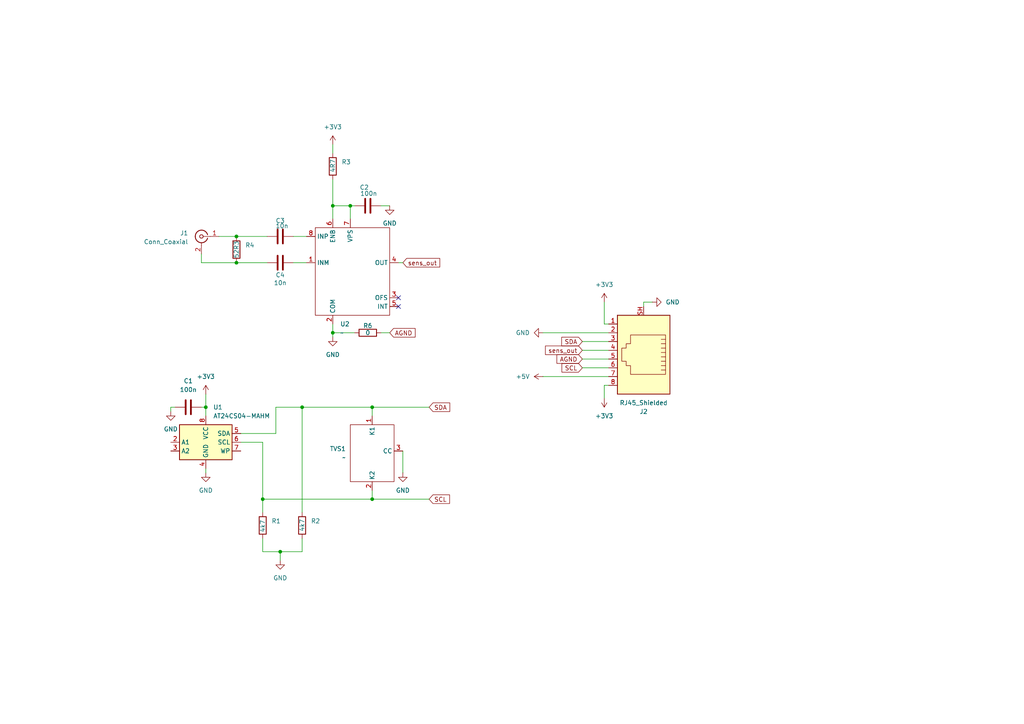
<source format=kicad_sch>
(kicad_sch (version 20250114) (generator "eeschema") (generator_version "9.0")
  (paper "A4")
  (lib_symbols
    (symbol "Connector:Conn_Coaxial" (pin_names (offset 1.016) (hide yes))
      (property "Reference" "J" (at 0.254 3.048 0))
      (property "Value" "Conn_Coaxial" (at 2.921 0 90))
      (symbol "Conn_Coaxial_0_1"
        (polyline (pts (xy -2.54 0) (xy -0.508 0)))
        (arc (start 1.778 0) (mid 0.222 -1.8079) (end -1.778 -0.508) (stroke (width 0.254)))
        (arc (start -1.778 0.508) (mid 0.2221 1.8084) (end 1.778 0) (stroke (width 0.254)))
        (circle (center 0 0) (radius 0.508) (stroke (width 0.2032)))
        (polyline (pts (xy 0 -2.54) (xy 0 -1.778)))
      )
      (symbol "Conn_Coaxial_1_1"
        (pin passive line (at -5.08 0 0) (length 2.54) (name "In") (number "1"))
        (pin passive line (at 0 -5.08 90) (length 2.54) (name "Ext") (number "2"))
      )
    )
    (symbol "Connector:RJ45_Shielded" (pin_names (offset 1.016))
      (property "Reference" "J" (at -5.08 13.97 0))
      (property "Value" "RJ45_Shielded" (at 2.54 13.97 0))
      (symbol "RJ45_Shielded_0_1"
        (polyline (pts (xy -6.35 1.905) (xy -5.08 1.905) (xy -5.08 1.905)))
        (polyline (pts (xy -6.35 0.635) (xy -5.08 0.635) (xy -5.08 0.635)))
        (polyline (pts (xy -6.35 -0.635) (xy -5.08 -0.635) (xy -5.08 -0.635)))
        (polyline (pts (xy -6.35 -1.905) (xy -5.08 -1.905) (xy -5.08 -1.905)))
        (polyline (pts (xy -6.35 -3.175) (xy -5.08 -3.175) (xy -5.08 -3.175)))
        (polyline (pts (xy -6.35 -4.445) (xy -6.35 6.985) (xy 3.81 6.985) (xy 3.81 4.445) (xy 5.08 4.445) (xy 5.08 3.175) (xy 6.35 3.175) (xy 6.35 -0.635) (xy 5.08 -0.635) (xy 5.08 -1.905) (xy 3.81 -1.905) (xy 3.81 -4.445) (xy -6.35 -4.445) (xy -6.35 -4.445)))
        (polyline (pts (xy -5.08 5.715) (xy -6.35 5.715)))
        (polyline (pts (xy -5.08 4.445) (xy -6.35 4.445)))
        (polyline (pts (xy -5.08 3.175) (xy -6.35 3.175) (xy -6.35 3.175)))
        (rectangle (start 7.62 12.7) (end -7.62 -10.16) (stroke (width 0.254)) (fill (type background)))
      )
      (symbol "RJ45_Shielded_1_1"
        (pin passive line (at 0 -12.7 90) (length 2.54) (name "~") (number "SH"))
        (pin passive line (at 10.16 10.16 180) (length 2.54) (name "~") (number "8"))
        (pin passive line (at 10.16 7.62 180) (length 2.54) (name "~") (number "7"))
        (pin passive line (at 10.16 5.08 180) (length 2.54) (name "~") (number "6"))
        (pin passive line (at 10.16 2.54 180) (length 2.54) (name "~") (number "5"))
        (pin passive line (at 10.16 0 180) (length 2.54) (name "~") (number "4"))
        (pin passive line (at 10.16 -2.54 180) (length 2.54) (name "~") (number "3"))
        (pin passive line (at 10.16 -5.08 180) (length 2.54) (name "~") (number "2"))
        (pin passive line (at 10.16 -7.62 180) (length 2.54) (name "~") (number "1"))
      )
    )
    (symbol "Device:C" (pin_numbers (hide yes)) (pin_names (offset 0.254))
      (property "Reference" "C" (at 0.635 2.54 0))
      (property "Value" "C" (at 0.635 -2.54 0))
      (symbol "C_0_1"
        (polyline (pts (xy -2.032 0.762) (xy 2.032 0.762)) (stroke (width 0.508)))
        (polyline (pts (xy -2.032 -0.762) (xy 2.032 -0.762)) (stroke (width 0.508)))
      )
      (symbol "C_1_1"
        (pin passive line (at 0 3.81 270) (length 2.794) (name "~") (number "1"))
        (pin passive line (at 0 -3.81 90) (length 2.794) (name "~") (number "2"))
      )
    )
    (symbol "Device:R" (pin_numbers (hide yes)) (pin_names (offset 0))
      (property "Reference" "R" (at 2.032 0 90))
      (property "Value" "R" (at 0 0 90))
      (symbol "R_0_1"
        (rectangle (start -1.016 -2.54) (end 1.016 2.54) (stroke (width 0.254)))
      )
      (symbol "R_1_1"
        (pin passive line (at 0 3.81 270) (length 1.27) (name "~") (number "1"))
        (pin passive line (at 0 -3.81 90) (length 1.27) (name "~") (number "2"))
      )
    )
    (symbol "Memory_EEPROM:AT24CS04-MAHM"
      (property "Reference" "U" (at -7.62 6.35 0))
      (property "Value" "AT24CS04-MAHM" (at 2.54 -6.35 0))
      (symbol "AT24CS04-MAHM_1_1"
        (rectangle (start -7.62 5.08) (end 7.62 -5.08) (stroke (width 0.254)) (fill (type background)))
        (pin input line (at -10.16 0 0) (length 2.54) (name "A1") (number "2"))
        (pin input line (at -10.16 -2.54 0) (length 2.54) (name "A2") (number "3"))
        (pin no_connect line (at -7.62 2.54 0) (length 2.54) (hide yes) (name "NC") (number "1"))
        (pin no_connect line (at -2.54 -5.08 90) (length 2.54) (hide yes) (name "NC") (number "9"))
        (pin power_in line (at 0 7.62 270) (length 2.54) (name "VCC") (number "8"))
        (pin power_in line (at 0 -7.62 90) (length 2.54) (name "GND") (number "4"))
        (pin bidirectional line (at 10.16 2.54 180) (length 2.54) (name "SDA") (number "5"))
        (pin input line (at 10.16 0 180) (length 2.54) (name "SCL") (number "6"))
        (pin input line (at 10.16 -2.54 180) (length 2.54) (name "WP") (number "7"))
      )
    )
    (symbol "lb3th:AD8307"
      (property "Reference" "U" (at 13.462 3.302 0))
      (symbol "AD8307_0_1"
        (rectangle (start 0 0) (end 21.59 -25.4))
      )
      (symbol "AD8307_1_1"
        (pin input line (at -2.54 -2.54 0) (length 2.54) (name "INP") (number "8"))
        (pin input line (at -2.54 -10.16 0) (length 2.54) (name "INM") (number "1"))
        (pin input line (at 5.08 2.54 270) (length 2.54) (name "ENB") (number "6"))
        (pin power_in line (at 5.08 -27.94 90) (length 2.54) (name "COM") (number "2"))
        (pin power_in line (at 10.16 2.54 270) (length 2.54) (name "VPS") (number "7"))
        (pin output line (at 24.13 -10.16 180) (length 2.54) (name "OUT") (number "4"))
        (pin passive line (at 24.13 -20.32 180) (length 2.54) (name "OFS") (number "3"))
        (pin passive line (at 24.13 -22.86 180) (length 2.54) (name "INT") (number "5"))
      )
    )
    (symbol "lb3th:PESD5V0L2BT-QLow_capacitance_double_bidirectional_ESD_protection_diode_in_SOT23"
      (property "Reference" "TVS" (at -5.334 -5.334 0))
      (symbol "PESD5V0L2BT-QLow_capacitance_double_bidirectional_ESD_protection_diode_in_SOT23_0_1"
        (rectangle (start 6.35 -22.86) (end -6.35 -6.35))
      )
      (symbol "PESD5V0L2BT-QLow_capacitance_double_bidirectional_ESD_protection_diode_in_SOT23_1_1"
        (pin bidirectional line (at 0 -3.81 270) (length 2.54) (name "K1") (number "1"))
        (pin bidirectional line (at 0 -25.4 90) (length 2.54) (name "K2") (number "2"))
        (pin bidirectional line (at 8.89 -13.97 180) (length 2.54) (name "CC") (number "3"))
      )
    )
    (symbol "power:+3V3" (power) (pin_numbers (hide yes)) (pin_names (offset 0) (hide yes))
      (property "Value" "+3V3" (at 0 3.556 0))
      (symbol "+3V3_0_1"
        (polyline (pts (xy -0.762 1.27) (xy 0 2.54)))
        (polyline (pts (xy 0 2.54) (xy 0.762 1.27)))
        (polyline (pts (xy 0 0) (xy 0 2.54)))
      )
      (symbol "+3V3_1_1"
        (pin power_in line (at 0 0 90) (length 0) (name "~") (number "1"))
      )
    )
    (symbol "power:+5V" (power) (pin_numbers (hide yes)) (pin_names (offset 0) (hide yes))
      (property "Value" "+5V" (at 0 3.556 0))
      (symbol "+5V_0_1"
        (polyline (pts (xy -0.762 1.27) (xy 0 2.54)))
        (polyline (pts (xy 0 2.54) (xy 0.762 1.27)))
        (polyline (pts (xy 0 0) (xy 0 2.54)))
      )
      (symbol "+5V_1_1"
        (pin power_in line (at 0 0 90) (length 0) (name "~") (number "1"))
      )
    )
    (symbol "power:GND" (power) (pin_numbers (hide yes)) (pin_names (offset 0) (hide yes))
      (property "Value" "GND" (at 0 -3.81 0))
      (symbol "GND_0_1"
        (polyline (pts (xy 0 0) (xy 0 -1.27) (xy 1.27 -1.27) (xy 0 -2.54) (xy -1.27 -1.27) (xy 0 -1.27)))
      )
      (symbol "GND_1_1"
        (pin power_in line (at 0 0 270) (length 0) (name "~") (number "1"))
      )
    )
  )
  (junction (at 87.63 118.11))
  (junction (at 107.95 144.78))
  (junction (at 76.2 144.78))
  (junction (at 96.52 59.69))
  (junction (at 68.58 76.2))
  (junction (at 107.95 118.11))
  (junction (at 68.58 68.58))
  (junction (at 96.52 96.52))
  (junction (at 101.6 59.69))
  (junction (at 59.69 118.11))
  (junction (at 81.28 160.02))
  (no_connect (at 115.57 88.9))
  (no_connect (at 115.57 86.36))
  (wire (pts (xy 69.85 128.27) (xy 76.2 128.27)))
  (wire (pts (xy 87.63 118.11) (xy 87.63 148.59)))
  (wire (pts (xy 58.42 118.11) (xy 59.69 118.11)))
  (wire (pts (xy 85.09 76.2) (xy 88.9 76.2)))
  (wire (pts (xy 69.85 125.73) (xy 80.01 125.73)))
  (wire (pts (xy 175.26 87.63) (xy 175.26 93.98)))
  (wire (pts (xy 76.2 144.78) (xy 76.2 148.59)))
  (wire (pts (xy 76.2 144.78) (xy 107.95 144.78)))
  (wire (pts (xy 186.69 87.63) (xy 189.23 87.63)))
  (wire (pts (xy 50.8 118.11) (xy 49.53 118.11)))
  (wire (pts (xy 76.2 156.21) (xy 76.2 160.02)))
  (wire (pts (xy 81.28 160.02) (xy 81.28 162.56)))
  (wire (pts (xy 76.2 160.02) (xy 81.28 160.02)))
  (wire (pts (xy 101.6 59.69) (xy 101.6 63.5)))
  (wire (pts (xy 115.57 76.2) (xy 116.84 76.2)))
  (wire (pts (xy 76.2 128.27) (xy 76.2 144.78)))
  (wire (pts (xy 168.91 99.06) (xy 176.53 99.06)))
  (wire (pts (xy 87.63 160.02) (xy 87.63 156.21)))
  (wire (pts (xy 96.52 96.52) (xy 102.87 96.52)))
  (wire (pts (xy 96.52 41.91) (xy 96.52 44.45)))
  (wire (pts (xy 59.69 118.11) (xy 59.69 120.65)))
  (wire (pts (xy 107.95 144.78) (xy 107.95 142.24)))
  (wire (pts (xy 58.42 76.2) (xy 68.58 76.2)))
  (wire (pts (xy 96.52 52.07) (xy 96.52 59.69)))
  (wire (pts (xy 110.49 59.69) (xy 113.03 59.69)))
  (wire (pts (xy 107.95 118.11) (xy 107.95 120.65)))
  (wire (pts (xy 68.58 76.2) (xy 77.47 76.2)))
  (wire (pts (xy 116.84 130.81) (xy 116.84 137.16)))
  (wire (pts (xy 96.52 59.69) (xy 101.6 59.69)))
  (wire (pts (xy 80.01 125.73) (xy 80.01 118.11)))
  (wire (pts (xy 157.48 109.22) (xy 176.53 109.22)))
  (wire (pts (xy 124.46 118.11) (xy 107.95 118.11)))
  (wire (pts (xy 96.52 93.98) (xy 96.52 96.52)))
  (wire (pts (xy 63.5 68.58) (xy 68.58 68.58)))
  (wire (pts (xy 168.91 101.6) (xy 176.53 101.6)))
  (wire (pts (xy 101.6 59.69) (xy 102.87 59.69)))
  (wire (pts (xy 58.42 73.66) (xy 58.42 76.2)))
  (wire (pts (xy 157.48 96.52) (xy 176.53 96.52)))
  (wire (pts (xy 59.69 135.89) (xy 59.69 137.16)))
  (wire (pts (xy 110.49 96.52) (xy 113.03 96.52)))
  (wire (pts (xy 87.63 118.11) (xy 107.95 118.11)))
  (wire (pts (xy 49.53 118.11) (xy 49.53 119.38)))
  (wire (pts (xy 96.52 63.5) (xy 96.52 59.69)))
  (wire (pts (xy 175.26 115.57) (xy 175.26 111.76)))
  (wire (pts (xy 96.52 96.52) (xy 96.52 97.79)))
  (wire (pts (xy 80.01 118.11) (xy 87.63 118.11)))
  (wire (pts (xy 186.69 88.9) (xy 186.69 87.63)))
  (wire (pts (xy 175.26 111.76) (xy 176.53 111.76)))
  (wire (pts (xy 168.91 104.14) (xy 176.53 104.14)))
  (wire (pts (xy 176.53 93.98) (xy 175.26 93.98)))
  (wire (pts (xy 81.28 160.02) (xy 87.63 160.02)))
  (wire (pts (xy 68.58 68.58) (xy 77.47 68.58)))
  (wire (pts (xy 168.91 106.68) (xy 176.53 106.68)))
  (wire (pts (xy 107.95 144.78) (xy 124.46 144.78)))
  (wire (pts (xy 59.69 114.3) (xy 59.69 118.11)))
  (wire (pts (xy 85.09 68.58) (xy 88.9 68.58)))
  (global_label "AGND" (shape input) (at 113.03 96.52 0) (property "Intersheetrefs" "${INTERSHEET_REFS}" (effects (hide yes))))
  (global_label "SDA" (shape input) (at 124.46 118.11 0) (property "Intersheetrefs" "${INTERSHEET_REFS}" (effects (hide yes))))
  (global_label "SCL" (shape input) (at 168.91 106.68 180) (property "Intersheetrefs" "${INTERSHEET_REFS}" (effects (hide yes))))
  (global_label "SCL" (shape input) (at 124.46 144.78 0) (property "Intersheetrefs" "${INTERSHEET_REFS}" (effects (hide yes))))
  (global_label "sens_out" (shape input) (at 116.84 76.2 0) (property "Intersheetrefs" "${INTERSHEET_REFS}" (effects (hide yes))))
  (global_label "AGND" (shape input) (at 168.91 104.14 180) (property "Intersheetrefs" "${INTERSHEET_REFS}" (effects (hide yes))))
  (global_label "SDA" (shape input) (at 168.91 99.06 180) (property "Intersheetrefs" "${INTERSHEET_REFS}" (effects (hide yes))))
  (global_label "sens_out" (shape input) (at 168.91 101.6 180) (property "Intersheetrefs" "${INTERSHEET_REFS}" (effects (hide yes))))
  (symbol (lib_id "Device:R") (at 96.52 48.26 0) (unit 1)
    (property "Reference" "R3" (at 99.06 46.9899 0) (effects (justify left)))
    (property "Value" "4R7" (at 96.52 50.038 90) (effects (justify left)))
    (property "Footprint" "Resistor_SMD:R_0805_2012Metric" (effects (hide yes)))
    (property "Description" "Resistor" (effects (hide yes)))
  )
  (symbol (lib_id "Device:R") (at 76.2 152.4 0) (unit 1)
    (property "Reference" "R1" (at 78.74 151.1299 0) (effects (justify left)))
    (property "Value" "4k7" (at 76.2 154.432 90) (effects (justify left)))
    (property "Footprint" "Resistor_SMD:R_0805_2012Metric" (effects (hide yes)))
    (property "Description" "Resistor" (effects (hide yes)))
  )
  (symbol (lib_id "power:GND") (at 81.28 162.56 0) (unit 1)
    (property "Reference" "#PWR02" (effects (hide yes)))
    (property "Value" "GND" (at 81.28 167.64 0))
    (property "Description" "Power symbol creates a global label with name \"GND\" , ground" (effects (hide yes)))
  )
  (symbol (lib_id "Device:C") (at 81.28 76.2 90) (unit 1)
    (property "Reference" "C4" (at 81.28 79.756 90))
    (property "Value" "10n" (at 81.28 82.042 90))
    (property "Description" "Unpolarized capacitor" (effects (hide yes)))
  )
  (symbol (lib_id "power:GND") (at 157.48 96.52 270) (unit 1)
    (property "Reference" "#PWR03" (effects (hide yes)))
    (property "Value" "GND" (at 153.67 96.5199 90) (effects (justify right)))
    (property "Description" "Power symbol creates a global label with name \"GND\" , ground" (effects (hide yes)))
  )
  (symbol (lib_id "Connector:Conn_Coaxial") (at 58.42 68.58 0) (mirror y) (unit 1)
    (property "Reference" "J1" (at 54.61 67.6031 0) (effects (justify left)))
    (property "Value" "Conn_Coaxial" (at 54.61 70.1431 0) (effects (justify left)))
    (property "Description" "coaxial connector (BNC, SMA, SMB, SMC, Cinch/RCA, LEMO, ...)" (effects (hide yes)))
  )
  (symbol (lib_id "power:GND") (at 189.23 87.63 90) (unit 1)
    (property "Reference" "#PWR011" (effects (hide yes)))
    (property "Value" "GND" (at 193.04 87.6299 90) (effects (justify right)))
    (property "Description" "Power symbol creates a global label with name \"GND\" , ground" (effects (hide yes)))
  )
  (symbol (lib_id "Device:R") (at 87.63 152.4 0) (unit 1)
    (property "Reference" "R2" (at 90.17 151.1299 0) (effects (justify left)))
    (property "Value" "4k7" (at 87.63 154.178 90) (effects (justify left)))
    (property "Footprint" "Resistor_SMD:R_0805_2012Metric" (effects (hide yes)))
    (property "Description" "Resistor" (effects (hide yes)))
  )
  (symbol (lib_id "power:GND") (at 96.52 97.79 0) (unit 1)
    (property "Reference" "#PWR014" (effects (hide yes)))
    (property "Value" "GND" (at 96.52 102.87 0))
    (property "Description" "Power symbol creates a global label with name \"GND\" , ground" (effects (hide yes)))
  )
  (symbol (lib_id "Memory_EEPROM:AT24CS04-MAHM") (at 59.69 128.27 0) (unit 1)
    (property "Reference" "U1" (at 61.8333 118.11 0) (effects (justify left)))
    (property "Value" "AT24CS04-MAHM" (at 61.8333 120.65 0) (effects (justify left)))
    (property "Footprint" "Package_DFN_QFN:DFN-8-1EP_3x2mm_P0.5mm_EP1.3x1.5mm" (effects (hide yes)))
    (property "Datasheet" "http://ww1.microchip.com/downloads/en/DeviceDoc/Atmel-8766-SEEPROM-AT24CS04-08-Datasheet.pdf" (effects (hide yes)))
    (property "Description" "I2C Serial EEPROM, 4Kb (512x8) with Unique Serial Number, UDFN8" (effects (hide yes)))
  )
  (symbol (lib_id "power:GND") (at 113.03 59.69 0) (unit 1)
    (property "Reference" "#PWR06" (effects (hide yes)))
    (property "Value" "GND" (at 113.03 64.77 0))
    (property "Description" "Power symbol creates a global label with name \"GND\" , ground" (effects (hide yes)))
  )
  (symbol (lib_id "Device:R") (at 106.68 96.52 90) (unit 1)
    (property "Reference" "R6" (at 106.68 94.488 90))
    (property "Value" "0" (at 106.68 96.52 90))
    (property "Footprint" "Resistor_SMD:R_0805_2012Metric" (effects (hide yes)))
    (property "Description" "Resistor" (effects (hide yes)))
  )
  (symbol (lib_id "Connector:RJ45_Shielded") (at 186.69 101.6 180) (unit 1)
    (property "Reference" "J2" (at 186.69 119.38 0))
    (property "Value" "RJ45_Shielded" (at 186.69 116.84 0))
    (property "Description" "RJ connector, 8P8C (8 positions 8 connected), Shielded" (effects (hide yes)))
  )
  (symbol (lib_id "power:+3V3") (at 59.69 114.3 0) (unit 1)
    (property "Reference" "#PWR07" (effects (hide yes)))
    (property "Value" "+3V3" (at 59.69 109.22 0))
    (property "Description" "Power symbol creates a global label with name \"+3V3\"" (effects (hide yes)))
  )
  (symbol (lib_id "lb3th:AD8307") (at 91.44 66.04 0) (unit 1)
    (property "Reference" "U2" (at 98.6633 93.98 0) (effects (justify left)))
    (property "Value" "~" (at 98.6633 96.52 0) (effects (justify left)))
    (property "Footprint" "Package_SO:SOIC-8_5.3x6.2mm_P1.27mm" (effects (hide yes)))
  )
  (symbol (lib_id "power:+3V3") (at 175.26 87.63 0) (unit 1)
    (property "Reference" "#PWR05" (effects (hide yes)))
    (property "Value" "+3V3" (at 175.26 82.55 0))
    (property "Description" "Power symbol creates a global label with name \"+3V3\"" (effects (hide yes)))
  )
  (symbol (lib_id "power:GND") (at 116.84 137.16 0) (unit 1)
    (property "Reference" "#PWR01" (effects (hide yes)))
    (property "Value" "GND" (at 116.84 142.24 0))
    (property "Description" "Power symbol creates a global label with name \"GND\" , ground" (effects (hide yes)))
  )
  (symbol (lib_id "power:GND") (at 49.53 119.38 0) (unit 1)
    (property "Reference" "#PWR08" (effects (hide yes)))
    (property "Value" "GND" (at 49.53 124.46 0))
    (property "Description" "Power symbol creates a global label with name \"GND\" , ground" (effects (hide yes)))
  )
  (symbol (lib_id "Device:C") (at 106.68 59.69 90) (unit 1)
    (property "Reference" "C2" (at 105.664 54.356 90))
    (property "Value" "100n" (at 106.934 56.134 90))
    (property "Footprint" "Capacitor_SMD:C_0805_2012Metric" (effects (hide yes)))
    (property "Description" "Unpolarized capacitor" (effects (hide yes)))
  )
  (symbol (lib_id "power:+5V") (at 157.48 109.22 90) (unit 1)
    (property "Reference" "#PWR04" (effects (hide yes)))
    (property "Value" "+5V" (at 153.67 109.2199 90) (effects (justify left)))
    (property "Description" "Power symbol creates a global label with name \"+5V\"" (effects (hide yes)))
  )
  (symbol (lib_id "lb3th:PESD5V0L2BT-QLow_capacitance_double_bidirectional_ESD_protection_diode_in_SOT23") (at 107.95 116.84 0) (unit 1)
    (property "Reference" "TVS1" (at 100.33 130.1749 0) (effects (justify right)))
    (property "Value" "~" (at 100.33 132.7149 0) (effects (justify right)))
    (property "Footprint" "Package_TO_SOT_SMD:SOT-23-5_HandSoldering" (effects (hide yes)))
  )
  (symbol (lib_id "power:GND") (at 59.69 137.16 0) (unit 1)
    (property "Reference" "#PWR09" (effects (hide yes)))
    (property "Value" "GND" (at 59.69 142.24 0))
    (property "Description" "Power symbol creates a global label with name \"GND\" , ground" (effects (hide yes)))
  )
  (symbol (lib_id "power:+3V3") (at 175.26 115.57 180) (unit 1)
    (property "Reference" "#PWR010" (effects (hide yes)))
    (property "Value" "+3V3" (at 175.26 120.65 0))
    (property "Description" "Power symbol creates a global label with name \"+3V3\"" (effects (hide yes)))
  )
  (symbol (lib_id "Device:C") (at 81.28 68.58 90) (unit 1)
    (property "Reference" "C3" (at 81.28 64.008 90))
    (property "Value" "10n" (at 81.788 65.532 90))
    (property "Description" "Unpolarized capacitor" (effects (hide yes)))
  )
  (symbol (lib_id "power:+3V3") (at 96.52 41.91 0) (unit 1)
    (property "Reference" "#PWR012" (effects (hide yes)))
    (property "Value" "+3V3" (at 96.52 36.83 0))
    (property "Description" "Power symbol creates a global label with name \"+3V3\"" (effects (hide yes)))
  )
  (symbol (lib_id "Device:C") (at 54.61 118.11 90) (unit 1)
    (property "Reference" "C1" (at 54.61 110.49 90))
    (property "Value" "100n" (at 54.61 113.03 90))
    (property "Footprint" "Capacitor_SMD:C_0805_2012Metric" (effects (hide yes)))
    (property "Description" "Unpolarized capacitor" (effects (hide yes)))
  )
  (symbol (lib_id "Device:R") (at 68.58 72.39 0) (unit 1)
    (property "Reference" "R4" (at 71.12 71.1199 0) (effects (justify left)))
    (property "Value" "52R3" (at 68.58 74.93 90) (effects (justify left)))
    (property "Description" "Resistor" (effects (hide yes)))
  )
)
</source>
